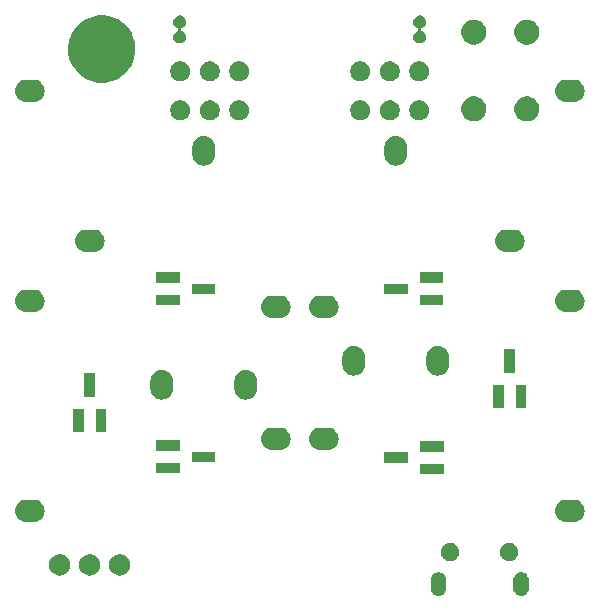
<source format=gts>
G04 #@! TF.GenerationSoftware,KiCad,Pcbnew,5.1.5+dfsg1-2build2*
G04 #@! TF.CreationDate,2020-06-21T16:19:52-07:00*
G04 #@! TF.ProjectId,sram-cell,7372616d-2d63-4656-9c6c-2e6b69636164,rev?*
G04 #@! TF.SameCoordinates,Original*
G04 #@! TF.FileFunction,Soldermask,Top*
G04 #@! TF.FilePolarity,Negative*
%FSLAX46Y46*%
G04 Gerber Fmt 4.6, Leading zero omitted, Abs format (unit mm)*
G04 Created by KiCad (PCBNEW 5.1.5+dfsg1-2build2) date 2020-06-21 16:19:52*
%MOMM*%
%LPD*%
G04 APERTURE LIST*
%ADD10C,0.100000*%
G04 APERTURE END LIST*
D10*
G36*
X164267618Y-124578920D02*
G01*
X164358404Y-124606460D01*
X164390336Y-124616146D01*
X164503425Y-124676594D01*
X164602554Y-124757946D01*
X164683906Y-124857075D01*
X164744354Y-124970164D01*
X164754040Y-125002096D01*
X164781580Y-125092882D01*
X164791000Y-125188527D01*
X164791000Y-125952473D01*
X164781580Y-126048118D01*
X164754040Y-126138904D01*
X164744354Y-126170836D01*
X164683906Y-126283925D01*
X164602554Y-126383053D01*
X164503424Y-126464406D01*
X164390335Y-126524854D01*
X164358403Y-126534540D01*
X164267617Y-126562080D01*
X164140000Y-126574649D01*
X164012382Y-126562080D01*
X163921596Y-126534540D01*
X163889664Y-126524854D01*
X163776575Y-126464406D01*
X163677447Y-126383054D01*
X163596094Y-126283924D01*
X163535646Y-126170835D01*
X163525960Y-126138903D01*
X163498420Y-126048117D01*
X163489000Y-125952472D01*
X163489000Y-125188527D01*
X163498420Y-125092882D01*
X163535645Y-124970168D01*
X163560608Y-124923466D01*
X163596095Y-124857075D01*
X163677447Y-124757946D01*
X163776576Y-124676594D01*
X163889665Y-124616146D01*
X163921597Y-124606460D01*
X164012383Y-124578920D01*
X164140000Y-124566351D01*
X164267618Y-124578920D01*
G37*
G36*
X171267617Y-124578920D02*
G01*
X171358403Y-124606460D01*
X171390335Y-124616146D01*
X171503424Y-124676594D01*
X171602554Y-124757947D01*
X171683906Y-124857075D01*
X171744354Y-124970164D01*
X171754040Y-125002096D01*
X171781580Y-125092882D01*
X171791000Y-125188527D01*
X171791000Y-125952473D01*
X171781580Y-126048118D01*
X171754040Y-126138904D01*
X171744354Y-126170836D01*
X171683906Y-126283925D01*
X171602554Y-126383054D01*
X171503425Y-126464406D01*
X171390336Y-126524854D01*
X171358404Y-126534540D01*
X171267618Y-126562080D01*
X171140000Y-126574649D01*
X171012383Y-126562080D01*
X170921597Y-126534540D01*
X170889665Y-126524854D01*
X170776576Y-126464406D01*
X170677447Y-126383054D01*
X170596095Y-126283925D01*
X170535648Y-126170837D01*
X170535645Y-126170832D01*
X170498420Y-126048118D01*
X170489000Y-125952473D01*
X170489000Y-125188528D01*
X170498420Y-125092883D01*
X170535645Y-124970169D01*
X170535646Y-124970165D01*
X170596094Y-124857076D01*
X170677447Y-124757946D01*
X170776575Y-124676594D01*
X170889664Y-124616146D01*
X170921596Y-124606460D01*
X171012382Y-124578920D01*
X171140000Y-124566351D01*
X171267617Y-124578920D01*
G37*
G36*
X137273512Y-123055927D02*
G01*
X137422812Y-123085624D01*
X137586784Y-123153544D01*
X137734354Y-123252147D01*
X137859853Y-123377646D01*
X137958456Y-123525216D01*
X138026376Y-123689188D01*
X138061000Y-123863259D01*
X138061000Y-124040741D01*
X138026376Y-124214812D01*
X137958456Y-124378784D01*
X137859853Y-124526354D01*
X137734354Y-124651853D01*
X137586784Y-124750456D01*
X137422812Y-124818376D01*
X137273512Y-124848073D01*
X137248742Y-124853000D01*
X137071258Y-124853000D01*
X137046488Y-124848073D01*
X136897188Y-124818376D01*
X136733216Y-124750456D01*
X136585646Y-124651853D01*
X136460147Y-124526354D01*
X136361544Y-124378784D01*
X136293624Y-124214812D01*
X136259000Y-124040741D01*
X136259000Y-123863259D01*
X136293624Y-123689188D01*
X136361544Y-123525216D01*
X136460147Y-123377646D01*
X136585646Y-123252147D01*
X136733216Y-123153544D01*
X136897188Y-123085624D01*
X137046488Y-123055927D01*
X137071258Y-123051000D01*
X137248742Y-123051000D01*
X137273512Y-123055927D01*
G37*
G36*
X134733512Y-123055927D02*
G01*
X134882812Y-123085624D01*
X135046784Y-123153544D01*
X135194354Y-123252147D01*
X135319853Y-123377646D01*
X135418456Y-123525216D01*
X135486376Y-123689188D01*
X135521000Y-123863259D01*
X135521000Y-124040741D01*
X135486376Y-124214812D01*
X135418456Y-124378784D01*
X135319853Y-124526354D01*
X135194354Y-124651853D01*
X135046784Y-124750456D01*
X134882812Y-124818376D01*
X134733512Y-124848073D01*
X134708742Y-124853000D01*
X134531258Y-124853000D01*
X134506488Y-124848073D01*
X134357188Y-124818376D01*
X134193216Y-124750456D01*
X134045646Y-124651853D01*
X133920147Y-124526354D01*
X133821544Y-124378784D01*
X133753624Y-124214812D01*
X133719000Y-124040741D01*
X133719000Y-123863259D01*
X133753624Y-123689188D01*
X133821544Y-123525216D01*
X133920147Y-123377646D01*
X134045646Y-123252147D01*
X134193216Y-123153544D01*
X134357188Y-123085624D01*
X134506488Y-123055927D01*
X134531258Y-123051000D01*
X134708742Y-123051000D01*
X134733512Y-123055927D01*
G37*
G36*
X132193512Y-123055927D02*
G01*
X132342812Y-123085624D01*
X132506784Y-123153544D01*
X132654354Y-123252147D01*
X132779853Y-123377646D01*
X132878456Y-123525216D01*
X132946376Y-123689188D01*
X132981000Y-123863259D01*
X132981000Y-124040741D01*
X132946376Y-124214812D01*
X132878456Y-124378784D01*
X132779853Y-124526354D01*
X132654354Y-124651853D01*
X132506784Y-124750456D01*
X132342812Y-124818376D01*
X132193512Y-124848073D01*
X132168742Y-124853000D01*
X131991258Y-124853000D01*
X131966488Y-124848073D01*
X131817188Y-124818376D01*
X131653216Y-124750456D01*
X131505646Y-124651853D01*
X131380147Y-124526354D01*
X131281544Y-124378784D01*
X131213624Y-124214812D01*
X131179000Y-124040741D01*
X131179000Y-123863259D01*
X131213624Y-123689188D01*
X131281544Y-123525216D01*
X131380147Y-123377646D01*
X131505646Y-123252147D01*
X131653216Y-123153544D01*
X131817188Y-123085624D01*
X131966488Y-123055927D01*
X131991258Y-123051000D01*
X132168742Y-123051000D01*
X132193512Y-123055927D01*
G37*
G36*
X170366348Y-122124320D02*
G01*
X170366350Y-122124321D01*
X170366351Y-122124321D01*
X170507574Y-122182817D01*
X170507577Y-122182819D01*
X170634669Y-122267739D01*
X170742761Y-122375831D01*
X170827681Y-122502923D01*
X170827683Y-122502926D01*
X170886179Y-122644149D01*
X170886180Y-122644152D01*
X170916000Y-122794069D01*
X170916000Y-122946931D01*
X170888413Y-123085624D01*
X170886179Y-123096851D01*
X170827683Y-123238074D01*
X170827681Y-123238077D01*
X170742761Y-123365169D01*
X170634669Y-123473261D01*
X170507577Y-123558181D01*
X170507574Y-123558183D01*
X170366351Y-123616679D01*
X170366350Y-123616679D01*
X170366348Y-123616680D01*
X170216431Y-123646500D01*
X170063569Y-123646500D01*
X169913652Y-123616680D01*
X169913650Y-123616679D01*
X169913649Y-123616679D01*
X169772426Y-123558183D01*
X169772423Y-123558181D01*
X169645331Y-123473261D01*
X169537239Y-123365169D01*
X169452319Y-123238077D01*
X169452317Y-123238074D01*
X169393821Y-123096851D01*
X169391588Y-123085624D01*
X169364000Y-122946931D01*
X169364000Y-122794069D01*
X169393820Y-122644152D01*
X169393821Y-122644149D01*
X169452317Y-122502926D01*
X169452319Y-122502923D01*
X169537239Y-122375831D01*
X169645331Y-122267739D01*
X169772423Y-122182819D01*
X169772426Y-122182817D01*
X169913649Y-122124321D01*
X169913650Y-122124321D01*
X169913652Y-122124320D01*
X170063569Y-122094500D01*
X170216431Y-122094500D01*
X170366348Y-122124320D01*
G37*
G36*
X165366348Y-122124320D02*
G01*
X165366350Y-122124321D01*
X165366351Y-122124321D01*
X165507574Y-122182817D01*
X165507577Y-122182819D01*
X165634669Y-122267739D01*
X165742761Y-122375831D01*
X165827681Y-122502923D01*
X165827683Y-122502926D01*
X165886179Y-122644149D01*
X165886180Y-122644152D01*
X165916000Y-122794069D01*
X165916000Y-122946931D01*
X165888413Y-123085624D01*
X165886179Y-123096851D01*
X165827683Y-123238074D01*
X165827681Y-123238077D01*
X165742761Y-123365169D01*
X165634669Y-123473261D01*
X165507577Y-123558181D01*
X165507574Y-123558183D01*
X165366351Y-123616679D01*
X165366350Y-123616679D01*
X165366348Y-123616680D01*
X165216431Y-123646500D01*
X165063569Y-123646500D01*
X164913652Y-123616680D01*
X164913650Y-123616679D01*
X164913649Y-123616679D01*
X164772426Y-123558183D01*
X164772423Y-123558181D01*
X164645331Y-123473261D01*
X164537239Y-123365169D01*
X164452319Y-123238077D01*
X164452317Y-123238074D01*
X164393821Y-123096851D01*
X164391588Y-123085624D01*
X164364000Y-122946931D01*
X164364000Y-122794069D01*
X164393820Y-122644152D01*
X164393821Y-122644149D01*
X164452317Y-122502926D01*
X164452319Y-122502923D01*
X164537239Y-122375831D01*
X164645331Y-122267739D01*
X164772423Y-122182819D01*
X164772426Y-122182817D01*
X164913649Y-122124321D01*
X164913650Y-122124321D01*
X164913652Y-122124320D01*
X165063569Y-122094500D01*
X165216431Y-122094500D01*
X165366348Y-122124320D01*
G37*
G36*
X175746425Y-118442760D02*
G01*
X175746428Y-118442761D01*
X175746429Y-118442761D01*
X175925693Y-118497140D01*
X175925696Y-118497142D01*
X175925697Y-118497142D01*
X176090903Y-118585446D01*
X176235712Y-118704288D01*
X176354554Y-118849097D01*
X176442858Y-119014303D01*
X176442860Y-119014307D01*
X176497239Y-119193571D01*
X176497240Y-119193575D01*
X176515601Y-119380000D01*
X176497240Y-119566425D01*
X176497239Y-119566428D01*
X176497239Y-119566429D01*
X176442860Y-119745693D01*
X176442858Y-119745696D01*
X176442858Y-119745697D01*
X176354554Y-119910903D01*
X176235712Y-120055712D01*
X176090903Y-120174554D01*
X175925697Y-120262858D01*
X175925693Y-120262860D01*
X175746429Y-120317239D01*
X175746428Y-120317239D01*
X175746425Y-120317240D01*
X175606718Y-120331000D01*
X174913282Y-120331000D01*
X174773575Y-120317240D01*
X174773572Y-120317239D01*
X174773571Y-120317239D01*
X174594307Y-120262860D01*
X174594303Y-120262858D01*
X174429097Y-120174554D01*
X174284288Y-120055712D01*
X174165446Y-119910903D01*
X174077142Y-119745697D01*
X174077142Y-119745696D01*
X174077140Y-119745693D01*
X174022761Y-119566429D01*
X174022761Y-119566428D01*
X174022760Y-119566425D01*
X174004399Y-119380000D01*
X174022760Y-119193575D01*
X174022761Y-119193571D01*
X174077140Y-119014307D01*
X174077142Y-119014303D01*
X174165446Y-118849097D01*
X174284288Y-118704288D01*
X174429097Y-118585446D01*
X174594303Y-118497142D01*
X174594304Y-118497142D01*
X174594307Y-118497140D01*
X174773571Y-118442761D01*
X174773572Y-118442761D01*
X174773575Y-118442760D01*
X174913282Y-118429000D01*
X175606718Y-118429000D01*
X175746425Y-118442760D01*
G37*
G36*
X130026425Y-118442760D02*
G01*
X130026428Y-118442761D01*
X130026429Y-118442761D01*
X130205693Y-118497140D01*
X130205696Y-118497142D01*
X130205697Y-118497142D01*
X130370903Y-118585446D01*
X130515712Y-118704288D01*
X130634554Y-118849097D01*
X130722858Y-119014303D01*
X130722860Y-119014307D01*
X130777239Y-119193571D01*
X130777240Y-119193575D01*
X130795601Y-119380000D01*
X130777240Y-119566425D01*
X130777239Y-119566428D01*
X130777239Y-119566429D01*
X130722860Y-119745693D01*
X130722858Y-119745696D01*
X130722858Y-119745697D01*
X130634554Y-119910903D01*
X130515712Y-120055712D01*
X130370903Y-120174554D01*
X130205697Y-120262858D01*
X130205693Y-120262860D01*
X130026429Y-120317239D01*
X130026428Y-120317239D01*
X130026425Y-120317240D01*
X129886718Y-120331000D01*
X129193282Y-120331000D01*
X129053575Y-120317240D01*
X129053572Y-120317239D01*
X129053571Y-120317239D01*
X128874307Y-120262860D01*
X128874303Y-120262858D01*
X128709097Y-120174554D01*
X128564288Y-120055712D01*
X128445446Y-119910903D01*
X128357142Y-119745697D01*
X128357142Y-119745696D01*
X128357140Y-119745693D01*
X128302761Y-119566429D01*
X128302761Y-119566428D01*
X128302760Y-119566425D01*
X128284399Y-119380000D01*
X128302760Y-119193575D01*
X128302761Y-119193571D01*
X128357140Y-119014307D01*
X128357142Y-119014303D01*
X128445446Y-118849097D01*
X128564288Y-118704288D01*
X128709097Y-118585446D01*
X128874303Y-118497142D01*
X128874304Y-118497142D01*
X128874307Y-118497140D01*
X129053571Y-118442761D01*
X129053572Y-118442761D01*
X129053575Y-118442760D01*
X129193282Y-118429000D01*
X129886718Y-118429000D01*
X130026425Y-118442760D01*
G37*
G36*
X164577000Y-116275000D02*
G01*
X162575000Y-116275000D01*
X162575000Y-115373000D01*
X164577000Y-115373000D01*
X164577000Y-116275000D01*
G37*
G36*
X142249000Y-116209000D02*
G01*
X140247000Y-116209000D01*
X140247000Y-115307000D01*
X142249000Y-115307000D01*
X142249000Y-116209000D01*
G37*
G36*
X161577000Y-115325000D02*
G01*
X159575000Y-115325000D01*
X159575000Y-114423000D01*
X161577000Y-114423000D01*
X161577000Y-115325000D01*
G37*
G36*
X145249000Y-115259000D02*
G01*
X143247000Y-115259000D01*
X143247000Y-114357000D01*
X145249000Y-114357000D01*
X145249000Y-115259000D01*
G37*
G36*
X164577000Y-114375000D02*
G01*
X162575000Y-114375000D01*
X162575000Y-113473000D01*
X164577000Y-113473000D01*
X164577000Y-114375000D01*
G37*
G36*
X142249000Y-114309000D02*
G01*
X140247000Y-114309000D01*
X140247000Y-113407000D01*
X142249000Y-113407000D01*
X142249000Y-114309000D01*
G37*
G36*
X154918425Y-112346760D02*
G01*
X154918428Y-112346761D01*
X154918429Y-112346761D01*
X155097693Y-112401140D01*
X155097696Y-112401142D01*
X155097697Y-112401142D01*
X155262903Y-112489446D01*
X155407712Y-112608288D01*
X155526554Y-112753097D01*
X155614858Y-112918303D01*
X155614860Y-112918307D01*
X155669239Y-113097571D01*
X155669240Y-113097575D01*
X155687601Y-113284000D01*
X155669240Y-113470425D01*
X155669239Y-113470428D01*
X155669239Y-113470429D01*
X155614860Y-113649693D01*
X155614858Y-113649696D01*
X155614858Y-113649697D01*
X155526554Y-113814903D01*
X155407712Y-113959712D01*
X155262903Y-114078554D01*
X155097697Y-114166858D01*
X155097693Y-114166860D01*
X154918429Y-114221239D01*
X154918428Y-114221239D01*
X154918425Y-114221240D01*
X154778718Y-114235000D01*
X154085282Y-114235000D01*
X153945575Y-114221240D01*
X153945572Y-114221239D01*
X153945571Y-114221239D01*
X153766307Y-114166860D01*
X153766303Y-114166858D01*
X153601097Y-114078554D01*
X153456288Y-113959712D01*
X153337446Y-113814903D01*
X153249142Y-113649697D01*
X153249142Y-113649696D01*
X153249140Y-113649693D01*
X153194761Y-113470429D01*
X153194761Y-113470428D01*
X153194760Y-113470425D01*
X153176399Y-113284000D01*
X153194760Y-113097575D01*
X153194761Y-113097571D01*
X153249140Y-112918307D01*
X153249142Y-112918303D01*
X153337446Y-112753097D01*
X153456288Y-112608288D01*
X153601097Y-112489446D01*
X153766303Y-112401142D01*
X153766304Y-112401142D01*
X153766307Y-112401140D01*
X153945571Y-112346761D01*
X153945572Y-112346761D01*
X153945575Y-112346760D01*
X154085282Y-112333000D01*
X154778718Y-112333000D01*
X154918425Y-112346760D01*
G37*
G36*
X150854425Y-112346760D02*
G01*
X150854428Y-112346761D01*
X150854429Y-112346761D01*
X151033693Y-112401140D01*
X151033696Y-112401142D01*
X151033697Y-112401142D01*
X151198903Y-112489446D01*
X151343712Y-112608288D01*
X151462554Y-112753097D01*
X151550858Y-112918303D01*
X151550860Y-112918307D01*
X151605239Y-113097571D01*
X151605240Y-113097575D01*
X151623601Y-113284000D01*
X151605240Y-113470425D01*
X151605239Y-113470428D01*
X151605239Y-113470429D01*
X151550860Y-113649693D01*
X151550858Y-113649696D01*
X151550858Y-113649697D01*
X151462554Y-113814903D01*
X151343712Y-113959712D01*
X151198903Y-114078554D01*
X151033697Y-114166858D01*
X151033693Y-114166860D01*
X150854429Y-114221239D01*
X150854428Y-114221239D01*
X150854425Y-114221240D01*
X150714718Y-114235000D01*
X150021282Y-114235000D01*
X149881575Y-114221240D01*
X149881572Y-114221239D01*
X149881571Y-114221239D01*
X149702307Y-114166860D01*
X149702303Y-114166858D01*
X149537097Y-114078554D01*
X149392288Y-113959712D01*
X149273446Y-113814903D01*
X149185142Y-113649697D01*
X149185142Y-113649696D01*
X149185140Y-113649693D01*
X149130761Y-113470429D01*
X149130761Y-113470428D01*
X149130760Y-113470425D01*
X149112399Y-113284000D01*
X149130760Y-113097575D01*
X149130761Y-113097571D01*
X149185140Y-112918307D01*
X149185142Y-112918303D01*
X149273446Y-112753097D01*
X149392288Y-112608288D01*
X149537097Y-112489446D01*
X149702303Y-112401142D01*
X149702304Y-112401142D01*
X149702307Y-112401140D01*
X149881571Y-112346761D01*
X149881572Y-112346761D01*
X149881575Y-112346760D01*
X150021282Y-112333000D01*
X150714718Y-112333000D01*
X150854425Y-112346760D01*
G37*
G36*
X136021000Y-112737000D02*
G01*
X135119000Y-112737000D01*
X135119000Y-110735000D01*
X136021000Y-110735000D01*
X136021000Y-112737000D01*
G37*
G36*
X134121000Y-112737000D02*
G01*
X133219000Y-112737000D01*
X133219000Y-110735000D01*
X134121000Y-110735000D01*
X134121000Y-112737000D01*
G37*
G36*
X169681000Y-110705000D02*
G01*
X168779000Y-110705000D01*
X168779000Y-108703000D01*
X169681000Y-108703000D01*
X169681000Y-110705000D01*
G37*
G36*
X171581000Y-110705000D02*
G01*
X170679000Y-110705000D01*
X170679000Y-108703000D01*
X171581000Y-108703000D01*
X171581000Y-110705000D01*
G37*
G36*
X140902424Y-107474760D02*
G01*
X140902427Y-107474761D01*
X140902428Y-107474761D01*
X141081692Y-107529140D01*
X141081695Y-107529142D01*
X141081696Y-107529142D01*
X141246903Y-107617446D01*
X141391712Y-107736288D01*
X141510554Y-107881097D01*
X141598858Y-108046303D01*
X141598860Y-108046307D01*
X141598860Y-108046308D01*
X141653240Y-108225575D01*
X141667000Y-108365282D01*
X141667000Y-109058717D01*
X141653240Y-109198424D01*
X141653239Y-109198426D01*
X141653239Y-109198429D01*
X141598860Y-109377693D01*
X141598858Y-109377696D01*
X141510554Y-109542903D01*
X141391712Y-109687712D01*
X141246903Y-109806554D01*
X141081697Y-109894858D01*
X141081693Y-109894860D01*
X140902429Y-109949239D01*
X140902428Y-109949239D01*
X140902425Y-109949240D01*
X140716000Y-109967601D01*
X140529576Y-109949240D01*
X140529573Y-109949239D01*
X140529572Y-109949239D01*
X140350308Y-109894860D01*
X140350304Y-109894858D01*
X140185098Y-109806554D01*
X140040289Y-109687712D01*
X139921447Y-109542903D01*
X139833140Y-109377692D01*
X139778760Y-109198430D01*
X139765000Y-109058718D01*
X139765000Y-108365283D01*
X139778760Y-108225576D01*
X139778761Y-108225572D01*
X139833140Y-108046308D01*
X139833143Y-108046303D01*
X139921446Y-107881097D01*
X140040288Y-107736288D01*
X140185097Y-107617446D01*
X140350303Y-107529142D01*
X140350304Y-107529142D01*
X140350307Y-107529140D01*
X140529571Y-107474761D01*
X140529572Y-107474761D01*
X140529575Y-107474760D01*
X140716000Y-107456399D01*
X140902424Y-107474760D01*
G37*
G36*
X148014424Y-107474760D02*
G01*
X148014427Y-107474761D01*
X148014428Y-107474761D01*
X148193692Y-107529140D01*
X148193695Y-107529142D01*
X148193696Y-107529142D01*
X148358903Y-107617446D01*
X148503712Y-107736288D01*
X148622554Y-107881097D01*
X148710858Y-108046303D01*
X148710860Y-108046307D01*
X148710860Y-108046308D01*
X148765240Y-108225575D01*
X148779000Y-108365282D01*
X148779000Y-109058717D01*
X148765240Y-109198424D01*
X148765239Y-109198426D01*
X148765239Y-109198429D01*
X148710860Y-109377693D01*
X148710858Y-109377696D01*
X148622554Y-109542903D01*
X148503712Y-109687712D01*
X148358903Y-109806554D01*
X148193697Y-109894858D01*
X148193693Y-109894860D01*
X148014429Y-109949239D01*
X148014428Y-109949239D01*
X148014425Y-109949240D01*
X147828000Y-109967601D01*
X147641576Y-109949240D01*
X147641573Y-109949239D01*
X147641572Y-109949239D01*
X147462308Y-109894860D01*
X147462304Y-109894858D01*
X147297098Y-109806554D01*
X147152289Y-109687712D01*
X147033447Y-109542903D01*
X146945140Y-109377692D01*
X146890760Y-109198430D01*
X146877000Y-109058718D01*
X146877000Y-108365283D01*
X146890760Y-108225576D01*
X146890761Y-108225572D01*
X146945140Y-108046308D01*
X146945143Y-108046303D01*
X147033446Y-107881097D01*
X147152288Y-107736288D01*
X147297097Y-107617446D01*
X147462303Y-107529142D01*
X147462304Y-107529142D01*
X147462307Y-107529140D01*
X147641571Y-107474761D01*
X147641572Y-107474761D01*
X147641575Y-107474760D01*
X147828000Y-107456399D01*
X148014424Y-107474760D01*
G37*
G36*
X135071000Y-109737000D02*
G01*
X134169000Y-109737000D01*
X134169000Y-107735000D01*
X135071000Y-107735000D01*
X135071000Y-109737000D01*
G37*
G36*
X157158424Y-105442760D02*
G01*
X157158427Y-105442761D01*
X157158428Y-105442761D01*
X157337692Y-105497140D01*
X157337695Y-105497142D01*
X157337696Y-105497142D01*
X157502903Y-105585446D01*
X157647712Y-105704288D01*
X157766554Y-105849097D01*
X157854858Y-106014303D01*
X157854860Y-106014307D01*
X157854860Y-106014308D01*
X157909240Y-106193575D01*
X157923000Y-106333282D01*
X157923000Y-107026717D01*
X157909240Y-107166424D01*
X157909239Y-107166426D01*
X157909239Y-107166429D01*
X157854860Y-107345693D01*
X157854858Y-107345696D01*
X157766554Y-107510903D01*
X157647712Y-107655712D01*
X157502903Y-107774554D01*
X157337697Y-107862858D01*
X157337693Y-107862860D01*
X157158429Y-107917239D01*
X157158428Y-107917239D01*
X157158425Y-107917240D01*
X156972000Y-107935601D01*
X156785576Y-107917240D01*
X156785573Y-107917239D01*
X156785572Y-107917239D01*
X156606308Y-107862860D01*
X156606304Y-107862858D01*
X156441098Y-107774554D01*
X156296289Y-107655712D01*
X156177447Y-107510903D01*
X156089140Y-107345692D01*
X156034760Y-107166430D01*
X156021000Y-107026718D01*
X156021000Y-106333283D01*
X156034760Y-106193576D01*
X156034761Y-106193572D01*
X156089140Y-106014308D01*
X156089143Y-106014303D01*
X156177446Y-105849097D01*
X156296288Y-105704288D01*
X156441097Y-105585446D01*
X156606303Y-105497142D01*
X156606304Y-105497142D01*
X156606307Y-105497140D01*
X156785571Y-105442761D01*
X156785572Y-105442761D01*
X156785575Y-105442760D01*
X156972000Y-105424399D01*
X157158424Y-105442760D01*
G37*
G36*
X164270424Y-105442760D02*
G01*
X164270427Y-105442761D01*
X164270428Y-105442761D01*
X164449692Y-105497140D01*
X164449695Y-105497142D01*
X164449696Y-105497142D01*
X164614903Y-105585446D01*
X164759712Y-105704288D01*
X164878554Y-105849097D01*
X164966858Y-106014303D01*
X164966860Y-106014307D01*
X164966860Y-106014308D01*
X165021240Y-106193575D01*
X165035000Y-106333282D01*
X165035000Y-107026717D01*
X165021240Y-107166424D01*
X165021239Y-107166426D01*
X165021239Y-107166429D01*
X164966860Y-107345693D01*
X164966858Y-107345696D01*
X164878554Y-107510903D01*
X164759712Y-107655712D01*
X164614903Y-107774554D01*
X164449697Y-107862858D01*
X164449693Y-107862860D01*
X164270429Y-107917239D01*
X164270428Y-107917239D01*
X164270425Y-107917240D01*
X164084000Y-107935601D01*
X163897576Y-107917240D01*
X163897573Y-107917239D01*
X163897572Y-107917239D01*
X163718308Y-107862860D01*
X163718304Y-107862858D01*
X163553098Y-107774554D01*
X163408289Y-107655712D01*
X163289447Y-107510903D01*
X163201140Y-107345692D01*
X163146760Y-107166430D01*
X163133000Y-107026718D01*
X163133000Y-106333283D01*
X163146760Y-106193576D01*
X163146761Y-106193572D01*
X163201140Y-106014308D01*
X163201143Y-106014303D01*
X163289446Y-105849097D01*
X163408288Y-105704288D01*
X163553097Y-105585446D01*
X163718303Y-105497142D01*
X163718304Y-105497142D01*
X163718307Y-105497140D01*
X163897571Y-105442761D01*
X163897572Y-105442761D01*
X163897575Y-105442760D01*
X164084000Y-105424399D01*
X164270424Y-105442760D01*
G37*
G36*
X170631000Y-107705000D02*
G01*
X169729000Y-107705000D01*
X169729000Y-105703000D01*
X170631000Y-105703000D01*
X170631000Y-107705000D01*
G37*
G36*
X154918425Y-101170760D02*
G01*
X154918428Y-101170761D01*
X154918429Y-101170761D01*
X155097693Y-101225140D01*
X155097696Y-101225142D01*
X155097697Y-101225142D01*
X155262903Y-101313446D01*
X155407712Y-101432288D01*
X155526554Y-101577097D01*
X155614858Y-101742303D01*
X155614860Y-101742307D01*
X155628244Y-101786429D01*
X155669240Y-101921575D01*
X155687601Y-102108000D01*
X155669240Y-102294425D01*
X155669239Y-102294428D01*
X155669239Y-102294429D01*
X155614860Y-102473693D01*
X155614858Y-102473696D01*
X155614858Y-102473697D01*
X155526554Y-102638903D01*
X155407712Y-102783712D01*
X155262903Y-102902554D01*
X155097697Y-102990858D01*
X155097693Y-102990860D01*
X154918429Y-103045239D01*
X154918428Y-103045239D01*
X154918425Y-103045240D01*
X154778718Y-103059000D01*
X154085282Y-103059000D01*
X153945575Y-103045240D01*
X153945572Y-103045239D01*
X153945571Y-103045239D01*
X153766307Y-102990860D01*
X153766303Y-102990858D01*
X153601097Y-102902554D01*
X153456288Y-102783712D01*
X153337446Y-102638903D01*
X153249142Y-102473697D01*
X153249142Y-102473696D01*
X153249140Y-102473693D01*
X153194761Y-102294429D01*
X153194761Y-102294428D01*
X153194760Y-102294425D01*
X153176399Y-102108000D01*
X153194760Y-101921575D01*
X153235756Y-101786429D01*
X153249140Y-101742307D01*
X153249142Y-101742303D01*
X153337446Y-101577097D01*
X153456288Y-101432288D01*
X153601097Y-101313446D01*
X153766303Y-101225142D01*
X153766304Y-101225142D01*
X153766307Y-101225140D01*
X153945571Y-101170761D01*
X153945572Y-101170761D01*
X153945575Y-101170760D01*
X154085282Y-101157000D01*
X154778718Y-101157000D01*
X154918425Y-101170760D01*
G37*
G36*
X150854425Y-101170760D02*
G01*
X150854428Y-101170761D01*
X150854429Y-101170761D01*
X151033693Y-101225140D01*
X151033696Y-101225142D01*
X151033697Y-101225142D01*
X151198903Y-101313446D01*
X151343712Y-101432288D01*
X151462554Y-101577097D01*
X151550858Y-101742303D01*
X151550860Y-101742307D01*
X151564244Y-101786429D01*
X151605240Y-101921575D01*
X151623601Y-102108000D01*
X151605240Y-102294425D01*
X151605239Y-102294428D01*
X151605239Y-102294429D01*
X151550860Y-102473693D01*
X151550858Y-102473696D01*
X151550858Y-102473697D01*
X151462554Y-102638903D01*
X151343712Y-102783712D01*
X151198903Y-102902554D01*
X151033697Y-102990858D01*
X151033693Y-102990860D01*
X150854429Y-103045239D01*
X150854428Y-103045239D01*
X150854425Y-103045240D01*
X150714718Y-103059000D01*
X150021282Y-103059000D01*
X149881575Y-103045240D01*
X149881572Y-103045239D01*
X149881571Y-103045239D01*
X149702307Y-102990860D01*
X149702303Y-102990858D01*
X149537097Y-102902554D01*
X149392288Y-102783712D01*
X149273446Y-102638903D01*
X149185142Y-102473697D01*
X149185142Y-102473696D01*
X149185140Y-102473693D01*
X149130761Y-102294429D01*
X149130761Y-102294428D01*
X149130760Y-102294425D01*
X149112399Y-102108000D01*
X149130760Y-101921575D01*
X149171756Y-101786429D01*
X149185140Y-101742307D01*
X149185142Y-101742303D01*
X149273446Y-101577097D01*
X149392288Y-101432288D01*
X149537097Y-101313446D01*
X149702303Y-101225142D01*
X149702304Y-101225142D01*
X149702307Y-101225140D01*
X149881571Y-101170761D01*
X149881572Y-101170761D01*
X149881575Y-101170760D01*
X150021282Y-101157000D01*
X150714718Y-101157000D01*
X150854425Y-101170760D01*
G37*
G36*
X175746425Y-100662760D02*
G01*
X175746428Y-100662761D01*
X175746429Y-100662761D01*
X175925693Y-100717140D01*
X175925696Y-100717142D01*
X175925697Y-100717142D01*
X176090903Y-100805446D01*
X176235712Y-100924288D01*
X176354554Y-101069097D01*
X176408894Y-101170761D01*
X176442860Y-101234307D01*
X176497239Y-101413571D01*
X176497240Y-101413575D01*
X176515601Y-101600000D01*
X176497240Y-101786425D01*
X176497239Y-101786428D01*
X176497239Y-101786429D01*
X176442860Y-101965693D01*
X176442858Y-101965696D01*
X176442858Y-101965697D01*
X176354554Y-102130903D01*
X176235712Y-102275712D01*
X176090903Y-102394554D01*
X175942836Y-102473697D01*
X175925693Y-102482860D01*
X175746429Y-102537239D01*
X175746428Y-102537239D01*
X175746425Y-102537240D01*
X175606718Y-102551000D01*
X174913282Y-102551000D01*
X174773575Y-102537240D01*
X174773572Y-102537239D01*
X174773571Y-102537239D01*
X174594307Y-102482860D01*
X174577164Y-102473697D01*
X174429097Y-102394554D01*
X174284288Y-102275712D01*
X174165446Y-102130903D01*
X174077142Y-101965697D01*
X174077142Y-101965696D01*
X174077140Y-101965693D01*
X174022761Y-101786429D01*
X174022761Y-101786428D01*
X174022760Y-101786425D01*
X174004399Y-101600000D01*
X174022760Y-101413575D01*
X174022761Y-101413571D01*
X174077140Y-101234307D01*
X174111106Y-101170761D01*
X174165446Y-101069097D01*
X174284288Y-100924288D01*
X174429097Y-100805446D01*
X174594303Y-100717142D01*
X174594304Y-100717142D01*
X174594307Y-100717140D01*
X174773571Y-100662761D01*
X174773572Y-100662761D01*
X174773575Y-100662760D01*
X174913282Y-100649000D01*
X175606718Y-100649000D01*
X175746425Y-100662760D01*
G37*
G36*
X130026425Y-100662760D02*
G01*
X130026428Y-100662761D01*
X130026429Y-100662761D01*
X130205693Y-100717140D01*
X130205696Y-100717142D01*
X130205697Y-100717142D01*
X130370903Y-100805446D01*
X130515712Y-100924288D01*
X130634554Y-101069097D01*
X130688894Y-101170761D01*
X130722860Y-101234307D01*
X130777239Y-101413571D01*
X130777240Y-101413575D01*
X130795601Y-101600000D01*
X130777240Y-101786425D01*
X130777239Y-101786428D01*
X130777239Y-101786429D01*
X130722860Y-101965693D01*
X130722858Y-101965696D01*
X130722858Y-101965697D01*
X130634554Y-102130903D01*
X130515712Y-102275712D01*
X130370903Y-102394554D01*
X130222836Y-102473697D01*
X130205693Y-102482860D01*
X130026429Y-102537239D01*
X130026428Y-102537239D01*
X130026425Y-102537240D01*
X129886718Y-102551000D01*
X129193282Y-102551000D01*
X129053575Y-102537240D01*
X129053572Y-102537239D01*
X129053571Y-102537239D01*
X128874307Y-102482860D01*
X128857164Y-102473697D01*
X128709097Y-102394554D01*
X128564288Y-102275712D01*
X128445446Y-102130903D01*
X128357142Y-101965697D01*
X128357142Y-101965696D01*
X128357140Y-101965693D01*
X128302761Y-101786429D01*
X128302761Y-101786428D01*
X128302760Y-101786425D01*
X128284399Y-101600000D01*
X128302760Y-101413575D01*
X128302761Y-101413571D01*
X128357140Y-101234307D01*
X128391106Y-101170761D01*
X128445446Y-101069097D01*
X128564288Y-100924288D01*
X128709097Y-100805446D01*
X128874303Y-100717142D01*
X128874304Y-100717142D01*
X128874307Y-100717140D01*
X129053571Y-100662761D01*
X129053572Y-100662761D01*
X129053575Y-100662760D01*
X129193282Y-100649000D01*
X129886718Y-100649000D01*
X130026425Y-100662760D01*
G37*
G36*
X142249000Y-101985000D02*
G01*
X140247000Y-101985000D01*
X140247000Y-101083000D01*
X142249000Y-101083000D01*
X142249000Y-101985000D01*
G37*
G36*
X164553000Y-101985000D02*
G01*
X162551000Y-101985000D01*
X162551000Y-101083000D01*
X164553000Y-101083000D01*
X164553000Y-101985000D01*
G37*
G36*
X161553000Y-101035000D02*
G01*
X159551000Y-101035000D01*
X159551000Y-100133000D01*
X161553000Y-100133000D01*
X161553000Y-101035000D01*
G37*
G36*
X145249000Y-101035000D02*
G01*
X143247000Y-101035000D01*
X143247000Y-100133000D01*
X145249000Y-100133000D01*
X145249000Y-101035000D01*
G37*
G36*
X142249000Y-100085000D02*
G01*
X140247000Y-100085000D01*
X140247000Y-99183000D01*
X142249000Y-99183000D01*
X142249000Y-100085000D01*
G37*
G36*
X164553000Y-100085000D02*
G01*
X162551000Y-100085000D01*
X162551000Y-99183000D01*
X164553000Y-99183000D01*
X164553000Y-100085000D01*
G37*
G36*
X135106425Y-95582760D02*
G01*
X135106428Y-95582761D01*
X135106429Y-95582761D01*
X135285693Y-95637140D01*
X135285696Y-95637142D01*
X135285697Y-95637142D01*
X135450903Y-95725446D01*
X135595712Y-95844288D01*
X135714554Y-95989097D01*
X135802858Y-96154303D01*
X135802860Y-96154307D01*
X135857239Y-96333571D01*
X135857240Y-96333575D01*
X135875601Y-96520000D01*
X135857240Y-96706425D01*
X135857239Y-96706428D01*
X135857239Y-96706429D01*
X135802860Y-96885693D01*
X135802858Y-96885696D01*
X135802858Y-96885697D01*
X135714554Y-97050903D01*
X135595712Y-97195712D01*
X135450903Y-97314554D01*
X135285697Y-97402858D01*
X135285693Y-97402860D01*
X135106429Y-97457239D01*
X135106428Y-97457239D01*
X135106425Y-97457240D01*
X134966718Y-97471000D01*
X134273282Y-97471000D01*
X134133575Y-97457240D01*
X134133572Y-97457239D01*
X134133571Y-97457239D01*
X133954307Y-97402860D01*
X133954303Y-97402858D01*
X133789097Y-97314554D01*
X133644288Y-97195712D01*
X133525446Y-97050903D01*
X133437142Y-96885697D01*
X133437142Y-96885696D01*
X133437140Y-96885693D01*
X133382761Y-96706429D01*
X133382761Y-96706428D01*
X133382760Y-96706425D01*
X133364399Y-96520000D01*
X133382760Y-96333575D01*
X133382761Y-96333571D01*
X133437140Y-96154307D01*
X133437142Y-96154303D01*
X133525446Y-95989097D01*
X133644288Y-95844288D01*
X133789097Y-95725446D01*
X133954303Y-95637142D01*
X133954304Y-95637142D01*
X133954307Y-95637140D01*
X134133571Y-95582761D01*
X134133572Y-95582761D01*
X134133575Y-95582760D01*
X134273282Y-95569000D01*
X134966718Y-95569000D01*
X135106425Y-95582760D01*
G37*
G36*
X170666425Y-95582760D02*
G01*
X170666428Y-95582761D01*
X170666429Y-95582761D01*
X170845693Y-95637140D01*
X170845696Y-95637142D01*
X170845697Y-95637142D01*
X171010903Y-95725446D01*
X171155712Y-95844288D01*
X171274554Y-95989097D01*
X171362858Y-96154303D01*
X171362860Y-96154307D01*
X171417239Y-96333571D01*
X171417240Y-96333575D01*
X171435601Y-96520000D01*
X171417240Y-96706425D01*
X171417239Y-96706428D01*
X171417239Y-96706429D01*
X171362860Y-96885693D01*
X171362858Y-96885696D01*
X171362858Y-96885697D01*
X171274554Y-97050903D01*
X171155712Y-97195712D01*
X171010903Y-97314554D01*
X170845697Y-97402858D01*
X170845693Y-97402860D01*
X170666429Y-97457239D01*
X170666428Y-97457239D01*
X170666425Y-97457240D01*
X170526718Y-97471000D01*
X169833282Y-97471000D01*
X169693575Y-97457240D01*
X169693572Y-97457239D01*
X169693571Y-97457239D01*
X169514307Y-97402860D01*
X169514303Y-97402858D01*
X169349097Y-97314554D01*
X169204288Y-97195712D01*
X169085446Y-97050903D01*
X168997142Y-96885697D01*
X168997142Y-96885696D01*
X168997140Y-96885693D01*
X168942761Y-96706429D01*
X168942761Y-96706428D01*
X168942760Y-96706425D01*
X168924399Y-96520000D01*
X168942760Y-96333575D01*
X168942761Y-96333571D01*
X168997140Y-96154307D01*
X168997142Y-96154303D01*
X169085446Y-95989097D01*
X169204288Y-95844288D01*
X169349097Y-95725446D01*
X169514303Y-95637142D01*
X169514304Y-95637142D01*
X169514307Y-95637140D01*
X169693571Y-95582761D01*
X169693572Y-95582761D01*
X169693575Y-95582760D01*
X169833282Y-95569000D01*
X170526718Y-95569000D01*
X170666425Y-95582760D01*
G37*
G36*
X144458424Y-87662760D02*
G01*
X144458427Y-87662761D01*
X144458428Y-87662761D01*
X144637692Y-87717140D01*
X144637695Y-87717142D01*
X144637696Y-87717142D01*
X144802903Y-87805446D01*
X144947712Y-87924288D01*
X145066554Y-88069097D01*
X145154858Y-88234303D01*
X145154860Y-88234307D01*
X145154860Y-88234308D01*
X145209240Y-88413575D01*
X145223000Y-88553282D01*
X145223000Y-89246717D01*
X145209240Y-89386424D01*
X145209239Y-89386426D01*
X145209239Y-89386429D01*
X145154860Y-89565693D01*
X145154858Y-89565696D01*
X145066554Y-89730903D01*
X144947712Y-89875712D01*
X144802903Y-89994554D01*
X144637697Y-90082858D01*
X144637693Y-90082860D01*
X144458429Y-90137239D01*
X144458428Y-90137239D01*
X144458425Y-90137240D01*
X144272000Y-90155601D01*
X144085576Y-90137240D01*
X144085573Y-90137239D01*
X144085572Y-90137239D01*
X143906308Y-90082860D01*
X143906304Y-90082858D01*
X143741098Y-89994554D01*
X143596289Y-89875712D01*
X143477447Y-89730903D01*
X143389140Y-89565692D01*
X143334760Y-89386430D01*
X143321000Y-89246718D01*
X143321000Y-88553283D01*
X143334760Y-88413576D01*
X143334761Y-88413572D01*
X143389140Y-88234308D01*
X143389143Y-88234303D01*
X143477446Y-88069097D01*
X143596288Y-87924288D01*
X143741097Y-87805446D01*
X143906303Y-87717142D01*
X143906304Y-87717142D01*
X143906307Y-87717140D01*
X144085571Y-87662761D01*
X144085572Y-87662761D01*
X144085575Y-87662760D01*
X144272000Y-87644399D01*
X144458424Y-87662760D01*
G37*
G36*
X160714424Y-87662760D02*
G01*
X160714427Y-87662761D01*
X160714428Y-87662761D01*
X160893692Y-87717140D01*
X160893695Y-87717142D01*
X160893696Y-87717142D01*
X161058903Y-87805446D01*
X161203712Y-87924288D01*
X161322554Y-88069097D01*
X161410858Y-88234303D01*
X161410860Y-88234307D01*
X161410860Y-88234308D01*
X161465240Y-88413575D01*
X161479000Y-88553282D01*
X161479000Y-89246717D01*
X161465240Y-89386424D01*
X161465239Y-89386426D01*
X161465239Y-89386429D01*
X161410860Y-89565693D01*
X161410858Y-89565696D01*
X161322554Y-89730903D01*
X161203712Y-89875712D01*
X161058903Y-89994554D01*
X160893697Y-90082858D01*
X160893693Y-90082860D01*
X160714429Y-90137239D01*
X160714428Y-90137239D01*
X160714425Y-90137240D01*
X160528000Y-90155601D01*
X160341576Y-90137240D01*
X160341573Y-90137239D01*
X160341572Y-90137239D01*
X160162308Y-90082860D01*
X160162304Y-90082858D01*
X159997098Y-89994554D01*
X159852289Y-89875712D01*
X159733447Y-89730903D01*
X159645140Y-89565692D01*
X159590760Y-89386430D01*
X159577000Y-89246718D01*
X159577000Y-88553283D01*
X159590760Y-88413576D01*
X159590761Y-88413572D01*
X159645140Y-88234308D01*
X159645143Y-88234303D01*
X159733446Y-88069097D01*
X159852288Y-87924288D01*
X159997097Y-87805446D01*
X160162303Y-87717142D01*
X160162304Y-87717142D01*
X160162307Y-87717140D01*
X160341571Y-87662761D01*
X160341572Y-87662761D01*
X160341575Y-87662760D01*
X160528000Y-87644399D01*
X160714424Y-87662760D01*
G37*
G36*
X167438564Y-84333389D02*
G01*
X167629833Y-84412615D01*
X167629835Y-84412616D01*
X167801973Y-84527635D01*
X167948365Y-84674027D01*
X168003966Y-84757239D01*
X168063385Y-84846167D01*
X168142611Y-85037436D01*
X168183000Y-85240484D01*
X168183000Y-85447516D01*
X168142611Y-85650564D01*
X168114583Y-85718229D01*
X168063384Y-85841835D01*
X167948365Y-86013973D01*
X167801973Y-86160365D01*
X167629835Y-86275384D01*
X167629834Y-86275385D01*
X167629833Y-86275385D01*
X167438564Y-86354611D01*
X167235516Y-86395000D01*
X167028484Y-86395000D01*
X166825436Y-86354611D01*
X166634167Y-86275385D01*
X166634166Y-86275385D01*
X166634165Y-86275384D01*
X166462027Y-86160365D01*
X166315635Y-86013973D01*
X166200616Y-85841835D01*
X166149417Y-85718229D01*
X166121389Y-85650564D01*
X166081000Y-85447516D01*
X166081000Y-85240484D01*
X166121389Y-85037436D01*
X166200615Y-84846167D01*
X166260035Y-84757239D01*
X166315635Y-84674027D01*
X166462027Y-84527635D01*
X166634165Y-84412616D01*
X166634167Y-84412615D01*
X166825436Y-84333389D01*
X167028484Y-84293000D01*
X167235516Y-84293000D01*
X167438564Y-84333389D01*
G37*
G36*
X171938564Y-84333389D02*
G01*
X172129833Y-84412615D01*
X172129835Y-84412616D01*
X172301973Y-84527635D01*
X172448365Y-84674027D01*
X172503966Y-84757239D01*
X172563385Y-84846167D01*
X172642611Y-85037436D01*
X172683000Y-85240484D01*
X172683000Y-85447516D01*
X172642611Y-85650564D01*
X172614583Y-85718229D01*
X172563384Y-85841835D01*
X172448365Y-86013973D01*
X172301973Y-86160365D01*
X172129835Y-86275384D01*
X172129834Y-86275385D01*
X172129833Y-86275385D01*
X171938564Y-86354611D01*
X171735516Y-86395000D01*
X171528484Y-86395000D01*
X171325436Y-86354611D01*
X171134167Y-86275385D01*
X171134166Y-86275385D01*
X171134165Y-86275384D01*
X170962027Y-86160365D01*
X170815635Y-86013973D01*
X170700616Y-85841835D01*
X170649417Y-85718229D01*
X170621389Y-85650564D01*
X170581000Y-85447516D01*
X170581000Y-85240484D01*
X170621389Y-85037436D01*
X170700615Y-84846167D01*
X170760035Y-84757239D01*
X170815635Y-84674027D01*
X170962027Y-84527635D01*
X171134165Y-84412616D01*
X171134167Y-84412615D01*
X171325436Y-84333389D01*
X171528484Y-84293000D01*
X171735516Y-84293000D01*
X171938564Y-84333389D01*
G37*
G36*
X145028228Y-84651703D02*
G01*
X145183100Y-84715853D01*
X145322481Y-84808985D01*
X145441015Y-84927519D01*
X145534147Y-85066900D01*
X145598297Y-85221772D01*
X145631000Y-85386184D01*
X145631000Y-85553816D01*
X145598297Y-85718228D01*
X145534147Y-85873100D01*
X145441015Y-86012481D01*
X145322481Y-86131015D01*
X145183100Y-86224147D01*
X145028228Y-86288297D01*
X144863816Y-86321000D01*
X144696184Y-86321000D01*
X144531772Y-86288297D01*
X144376900Y-86224147D01*
X144237519Y-86131015D01*
X144118985Y-86012481D01*
X144025853Y-85873100D01*
X143961703Y-85718228D01*
X143929000Y-85553816D01*
X143929000Y-85386184D01*
X143961703Y-85221772D01*
X144025853Y-85066900D01*
X144118985Y-84927519D01*
X144237519Y-84808985D01*
X144376900Y-84715853D01*
X144531772Y-84651703D01*
X144696184Y-84619000D01*
X144863816Y-84619000D01*
X145028228Y-84651703D01*
G37*
G36*
X160268228Y-84651703D02*
G01*
X160423100Y-84715853D01*
X160562481Y-84808985D01*
X160681015Y-84927519D01*
X160774147Y-85066900D01*
X160838297Y-85221772D01*
X160871000Y-85386184D01*
X160871000Y-85553816D01*
X160838297Y-85718228D01*
X160774147Y-85873100D01*
X160681015Y-86012481D01*
X160562481Y-86131015D01*
X160423100Y-86224147D01*
X160268228Y-86288297D01*
X160103816Y-86321000D01*
X159936184Y-86321000D01*
X159771772Y-86288297D01*
X159616900Y-86224147D01*
X159477519Y-86131015D01*
X159358985Y-86012481D01*
X159265853Y-85873100D01*
X159201703Y-85718228D01*
X159169000Y-85553816D01*
X159169000Y-85386184D01*
X159201703Y-85221772D01*
X159265853Y-85066900D01*
X159358985Y-84927519D01*
X159477519Y-84808985D01*
X159616900Y-84715853D01*
X159771772Y-84651703D01*
X159936184Y-84619000D01*
X160103816Y-84619000D01*
X160268228Y-84651703D01*
G37*
G36*
X147528228Y-84651703D02*
G01*
X147683100Y-84715853D01*
X147822481Y-84808985D01*
X147941015Y-84927519D01*
X148034147Y-85066900D01*
X148098297Y-85221772D01*
X148131000Y-85386184D01*
X148131000Y-85553816D01*
X148098297Y-85718228D01*
X148034147Y-85873100D01*
X147941015Y-86012481D01*
X147822481Y-86131015D01*
X147683100Y-86224147D01*
X147528228Y-86288297D01*
X147363816Y-86321000D01*
X147196184Y-86321000D01*
X147031772Y-86288297D01*
X146876900Y-86224147D01*
X146737519Y-86131015D01*
X146618985Y-86012481D01*
X146525853Y-85873100D01*
X146461703Y-85718228D01*
X146429000Y-85553816D01*
X146429000Y-85386184D01*
X146461703Y-85221772D01*
X146525853Y-85066900D01*
X146618985Y-84927519D01*
X146737519Y-84808985D01*
X146876900Y-84715853D01*
X147031772Y-84651703D01*
X147196184Y-84619000D01*
X147363816Y-84619000D01*
X147528228Y-84651703D01*
G37*
G36*
X142528228Y-84651703D02*
G01*
X142683100Y-84715853D01*
X142822481Y-84808985D01*
X142941015Y-84927519D01*
X143034147Y-85066900D01*
X143098297Y-85221772D01*
X143131000Y-85386184D01*
X143131000Y-85553816D01*
X143098297Y-85718228D01*
X143034147Y-85873100D01*
X142941015Y-86012481D01*
X142822481Y-86131015D01*
X142683100Y-86224147D01*
X142528228Y-86288297D01*
X142363816Y-86321000D01*
X142196184Y-86321000D01*
X142031772Y-86288297D01*
X141876900Y-86224147D01*
X141737519Y-86131015D01*
X141618985Y-86012481D01*
X141525853Y-85873100D01*
X141461703Y-85718228D01*
X141429000Y-85553816D01*
X141429000Y-85386184D01*
X141461703Y-85221772D01*
X141525853Y-85066900D01*
X141618985Y-84927519D01*
X141737519Y-84808985D01*
X141876900Y-84715853D01*
X142031772Y-84651703D01*
X142196184Y-84619000D01*
X142363816Y-84619000D01*
X142528228Y-84651703D01*
G37*
G36*
X157768228Y-84651703D02*
G01*
X157923100Y-84715853D01*
X158062481Y-84808985D01*
X158181015Y-84927519D01*
X158274147Y-85066900D01*
X158338297Y-85221772D01*
X158371000Y-85386184D01*
X158371000Y-85553816D01*
X158338297Y-85718228D01*
X158274147Y-85873100D01*
X158181015Y-86012481D01*
X158062481Y-86131015D01*
X157923100Y-86224147D01*
X157768228Y-86288297D01*
X157603816Y-86321000D01*
X157436184Y-86321000D01*
X157271772Y-86288297D01*
X157116900Y-86224147D01*
X156977519Y-86131015D01*
X156858985Y-86012481D01*
X156765853Y-85873100D01*
X156701703Y-85718228D01*
X156669000Y-85553816D01*
X156669000Y-85386184D01*
X156701703Y-85221772D01*
X156765853Y-85066900D01*
X156858985Y-84927519D01*
X156977519Y-84808985D01*
X157116900Y-84715853D01*
X157271772Y-84651703D01*
X157436184Y-84619000D01*
X157603816Y-84619000D01*
X157768228Y-84651703D01*
G37*
G36*
X162768228Y-84651703D02*
G01*
X162923100Y-84715853D01*
X163062481Y-84808985D01*
X163181015Y-84927519D01*
X163274147Y-85066900D01*
X163338297Y-85221772D01*
X163371000Y-85386184D01*
X163371000Y-85553816D01*
X163338297Y-85718228D01*
X163274147Y-85873100D01*
X163181015Y-86012481D01*
X163062481Y-86131015D01*
X162923100Y-86224147D01*
X162768228Y-86288297D01*
X162603816Y-86321000D01*
X162436184Y-86321000D01*
X162271772Y-86288297D01*
X162116900Y-86224147D01*
X161977519Y-86131015D01*
X161858985Y-86012481D01*
X161765853Y-85873100D01*
X161701703Y-85718228D01*
X161669000Y-85553816D01*
X161669000Y-85386184D01*
X161701703Y-85221772D01*
X161765853Y-85066900D01*
X161858985Y-84927519D01*
X161977519Y-84808985D01*
X162116900Y-84715853D01*
X162271772Y-84651703D01*
X162436184Y-84619000D01*
X162603816Y-84619000D01*
X162768228Y-84651703D01*
G37*
G36*
X175746425Y-82882760D02*
G01*
X175746428Y-82882761D01*
X175746429Y-82882761D01*
X175925693Y-82937140D01*
X175925696Y-82937142D01*
X175925697Y-82937142D01*
X176090903Y-83025446D01*
X176235712Y-83144288D01*
X176354554Y-83289097D01*
X176442858Y-83454303D01*
X176442860Y-83454307D01*
X176497239Y-83633571D01*
X176497240Y-83633575D01*
X176515601Y-83820000D01*
X176497240Y-84006425D01*
X176497239Y-84006428D01*
X176497239Y-84006429D01*
X176442860Y-84185693D01*
X176442858Y-84185696D01*
X176442858Y-84185697D01*
X176354554Y-84350903D01*
X176235712Y-84495712D01*
X176090903Y-84614554D01*
X175925697Y-84702858D01*
X175925693Y-84702860D01*
X175746429Y-84757239D01*
X175746428Y-84757239D01*
X175746425Y-84757240D01*
X175606718Y-84771000D01*
X174913282Y-84771000D01*
X174773575Y-84757240D01*
X174773572Y-84757239D01*
X174773571Y-84757239D01*
X174594307Y-84702860D01*
X174594303Y-84702858D01*
X174429097Y-84614554D01*
X174284288Y-84495712D01*
X174165446Y-84350903D01*
X174077142Y-84185697D01*
X174077142Y-84185696D01*
X174077140Y-84185693D01*
X174022761Y-84006429D01*
X174022761Y-84006428D01*
X174022760Y-84006425D01*
X174004399Y-83820000D01*
X174022760Y-83633575D01*
X174022761Y-83633571D01*
X174077140Y-83454307D01*
X174077142Y-83454303D01*
X174165446Y-83289097D01*
X174284288Y-83144288D01*
X174429097Y-83025446D01*
X174594303Y-82937142D01*
X174594304Y-82937142D01*
X174594307Y-82937140D01*
X174773571Y-82882761D01*
X174773572Y-82882761D01*
X174773575Y-82882760D01*
X174913282Y-82869000D01*
X175606718Y-82869000D01*
X175746425Y-82882760D01*
G37*
G36*
X130026425Y-82882760D02*
G01*
X130026428Y-82882761D01*
X130026429Y-82882761D01*
X130205693Y-82937140D01*
X130205696Y-82937142D01*
X130205697Y-82937142D01*
X130370903Y-83025446D01*
X130515712Y-83144288D01*
X130634554Y-83289097D01*
X130722858Y-83454303D01*
X130722860Y-83454307D01*
X130777239Y-83633571D01*
X130777240Y-83633575D01*
X130795601Y-83820000D01*
X130777240Y-84006425D01*
X130777239Y-84006428D01*
X130777239Y-84006429D01*
X130722860Y-84185693D01*
X130722858Y-84185696D01*
X130722858Y-84185697D01*
X130634554Y-84350903D01*
X130515712Y-84495712D01*
X130370903Y-84614554D01*
X130205697Y-84702858D01*
X130205693Y-84702860D01*
X130026429Y-84757239D01*
X130026428Y-84757239D01*
X130026425Y-84757240D01*
X129886718Y-84771000D01*
X129193282Y-84771000D01*
X129053575Y-84757240D01*
X129053572Y-84757239D01*
X129053571Y-84757239D01*
X128874307Y-84702860D01*
X128874303Y-84702858D01*
X128709097Y-84614554D01*
X128564288Y-84495712D01*
X128445446Y-84350903D01*
X128357142Y-84185697D01*
X128357142Y-84185696D01*
X128357140Y-84185693D01*
X128302761Y-84006429D01*
X128302761Y-84006428D01*
X128302760Y-84006425D01*
X128284399Y-83820000D01*
X128302760Y-83633575D01*
X128302761Y-83633571D01*
X128357140Y-83454307D01*
X128357142Y-83454303D01*
X128445446Y-83289097D01*
X128564288Y-83144288D01*
X128709097Y-83025446D01*
X128874303Y-82937142D01*
X128874304Y-82937142D01*
X128874307Y-82937140D01*
X129053571Y-82882761D01*
X129053572Y-82882761D01*
X129053575Y-82882760D01*
X129193282Y-82869000D01*
X129886718Y-82869000D01*
X130026425Y-82882760D01*
G37*
G36*
X136192202Y-77467782D02*
G01*
X136467606Y-77522563D01*
X136986455Y-77737477D01*
X137453406Y-78049484D01*
X137850516Y-78446594D01*
X138162523Y-78913545D01*
X138162524Y-78913547D01*
X138176594Y-78947516D01*
X138323538Y-79302269D01*
X138377437Y-79432395D01*
X138446148Y-79777826D01*
X138486999Y-79983201D01*
X138486999Y-80544799D01*
X138377437Y-81095606D01*
X138162523Y-81614455D01*
X137850516Y-82081406D01*
X137453406Y-82478516D01*
X136986455Y-82790523D01*
X136467606Y-83005437D01*
X136192202Y-83060218D01*
X135916800Y-83114999D01*
X135355200Y-83114999D01*
X135079798Y-83060218D01*
X134804394Y-83005437D01*
X134285545Y-82790523D01*
X133818594Y-82478516D01*
X133421484Y-82081406D01*
X133109477Y-81614455D01*
X132894563Y-81095606D01*
X132785001Y-80544799D01*
X132785001Y-79983201D01*
X132825853Y-79777826D01*
X132894563Y-79432395D01*
X132948463Y-79302269D01*
X133095406Y-78947516D01*
X133109476Y-78913547D01*
X133109477Y-78913545D01*
X133421484Y-78446594D01*
X133818594Y-78049484D01*
X134285545Y-77737477D01*
X134804394Y-77522563D01*
X135079798Y-77467782D01*
X135355200Y-77413001D01*
X135916800Y-77413001D01*
X136192202Y-77467782D01*
G37*
G36*
X160268228Y-81351703D02*
G01*
X160423100Y-81415853D01*
X160562481Y-81508985D01*
X160681015Y-81627519D01*
X160774147Y-81766900D01*
X160838297Y-81921772D01*
X160871000Y-82086184D01*
X160871000Y-82253816D01*
X160838297Y-82418228D01*
X160774147Y-82573100D01*
X160681015Y-82712481D01*
X160562481Y-82831015D01*
X160423100Y-82924147D01*
X160268228Y-82988297D01*
X160103816Y-83021000D01*
X159936184Y-83021000D01*
X159771772Y-82988297D01*
X159616900Y-82924147D01*
X159477519Y-82831015D01*
X159358985Y-82712481D01*
X159265853Y-82573100D01*
X159201703Y-82418228D01*
X159169000Y-82253816D01*
X159169000Y-82086184D01*
X159201703Y-81921772D01*
X159265853Y-81766900D01*
X159358985Y-81627519D01*
X159477519Y-81508985D01*
X159616900Y-81415853D01*
X159771772Y-81351703D01*
X159936184Y-81319000D01*
X160103816Y-81319000D01*
X160268228Y-81351703D01*
G37*
G36*
X157768228Y-81351703D02*
G01*
X157923100Y-81415853D01*
X158062481Y-81508985D01*
X158181015Y-81627519D01*
X158274147Y-81766900D01*
X158338297Y-81921772D01*
X158371000Y-82086184D01*
X158371000Y-82253816D01*
X158338297Y-82418228D01*
X158274147Y-82573100D01*
X158181015Y-82712481D01*
X158062481Y-82831015D01*
X157923100Y-82924147D01*
X157768228Y-82988297D01*
X157603816Y-83021000D01*
X157436184Y-83021000D01*
X157271772Y-82988297D01*
X157116900Y-82924147D01*
X156977519Y-82831015D01*
X156858985Y-82712481D01*
X156765853Y-82573100D01*
X156701703Y-82418228D01*
X156669000Y-82253816D01*
X156669000Y-82086184D01*
X156701703Y-81921772D01*
X156765853Y-81766900D01*
X156858985Y-81627519D01*
X156977519Y-81508985D01*
X157116900Y-81415853D01*
X157271772Y-81351703D01*
X157436184Y-81319000D01*
X157603816Y-81319000D01*
X157768228Y-81351703D01*
G37*
G36*
X147528228Y-81351703D02*
G01*
X147683100Y-81415853D01*
X147822481Y-81508985D01*
X147941015Y-81627519D01*
X148034147Y-81766900D01*
X148098297Y-81921772D01*
X148131000Y-82086184D01*
X148131000Y-82253816D01*
X148098297Y-82418228D01*
X148034147Y-82573100D01*
X147941015Y-82712481D01*
X147822481Y-82831015D01*
X147683100Y-82924147D01*
X147528228Y-82988297D01*
X147363816Y-83021000D01*
X147196184Y-83021000D01*
X147031772Y-82988297D01*
X146876900Y-82924147D01*
X146737519Y-82831015D01*
X146618985Y-82712481D01*
X146525853Y-82573100D01*
X146461703Y-82418228D01*
X146429000Y-82253816D01*
X146429000Y-82086184D01*
X146461703Y-81921772D01*
X146525853Y-81766900D01*
X146618985Y-81627519D01*
X146737519Y-81508985D01*
X146876900Y-81415853D01*
X147031772Y-81351703D01*
X147196184Y-81319000D01*
X147363816Y-81319000D01*
X147528228Y-81351703D01*
G37*
G36*
X145028228Y-81351703D02*
G01*
X145183100Y-81415853D01*
X145322481Y-81508985D01*
X145441015Y-81627519D01*
X145534147Y-81766900D01*
X145598297Y-81921772D01*
X145631000Y-82086184D01*
X145631000Y-82253816D01*
X145598297Y-82418228D01*
X145534147Y-82573100D01*
X145441015Y-82712481D01*
X145322481Y-82831015D01*
X145183100Y-82924147D01*
X145028228Y-82988297D01*
X144863816Y-83021000D01*
X144696184Y-83021000D01*
X144531772Y-82988297D01*
X144376900Y-82924147D01*
X144237519Y-82831015D01*
X144118985Y-82712481D01*
X144025853Y-82573100D01*
X143961703Y-82418228D01*
X143929000Y-82253816D01*
X143929000Y-82086184D01*
X143961703Y-81921772D01*
X144025853Y-81766900D01*
X144118985Y-81627519D01*
X144237519Y-81508985D01*
X144376900Y-81415853D01*
X144531772Y-81351703D01*
X144696184Y-81319000D01*
X144863816Y-81319000D01*
X145028228Y-81351703D01*
G37*
G36*
X142528228Y-81351703D02*
G01*
X142683100Y-81415853D01*
X142822481Y-81508985D01*
X142941015Y-81627519D01*
X143034147Y-81766900D01*
X143098297Y-81921772D01*
X143131000Y-82086184D01*
X143131000Y-82253816D01*
X143098297Y-82418228D01*
X143034147Y-82573100D01*
X142941015Y-82712481D01*
X142822481Y-82831015D01*
X142683100Y-82924147D01*
X142528228Y-82988297D01*
X142363816Y-83021000D01*
X142196184Y-83021000D01*
X142031772Y-82988297D01*
X141876900Y-82924147D01*
X141737519Y-82831015D01*
X141618985Y-82712481D01*
X141525853Y-82573100D01*
X141461703Y-82418228D01*
X141429000Y-82253816D01*
X141429000Y-82086184D01*
X141461703Y-81921772D01*
X141525853Y-81766900D01*
X141618985Y-81627519D01*
X141737519Y-81508985D01*
X141876900Y-81415853D01*
X142031772Y-81351703D01*
X142196184Y-81319000D01*
X142363816Y-81319000D01*
X142528228Y-81351703D01*
G37*
G36*
X162768228Y-81351703D02*
G01*
X162923100Y-81415853D01*
X163062481Y-81508985D01*
X163181015Y-81627519D01*
X163274147Y-81766900D01*
X163338297Y-81921772D01*
X163371000Y-82086184D01*
X163371000Y-82253816D01*
X163338297Y-82418228D01*
X163274147Y-82573100D01*
X163181015Y-82712481D01*
X163062481Y-82831015D01*
X162923100Y-82924147D01*
X162768228Y-82988297D01*
X162603816Y-83021000D01*
X162436184Y-83021000D01*
X162271772Y-82988297D01*
X162116900Y-82924147D01*
X161977519Y-82831015D01*
X161858985Y-82712481D01*
X161765853Y-82573100D01*
X161701703Y-82418228D01*
X161669000Y-82253816D01*
X161669000Y-82086184D01*
X161701703Y-81921772D01*
X161765853Y-81766900D01*
X161858985Y-81627519D01*
X161977519Y-81508985D01*
X162116900Y-81415853D01*
X162271772Y-81351703D01*
X162436184Y-81319000D01*
X162603816Y-81319000D01*
X162768228Y-81351703D01*
G37*
G36*
X167438564Y-77833389D02*
G01*
X167629833Y-77912615D01*
X167629835Y-77912616D01*
X167801973Y-78027635D01*
X167948365Y-78174027D01*
X168063385Y-78346167D01*
X168142611Y-78537436D01*
X168183000Y-78740484D01*
X168183000Y-78947516D01*
X168142611Y-79150564D01*
X168079773Y-79302269D01*
X168063384Y-79341835D01*
X167948365Y-79513973D01*
X167801973Y-79660365D01*
X167629835Y-79775384D01*
X167629834Y-79775385D01*
X167629833Y-79775385D01*
X167438564Y-79854611D01*
X167235516Y-79895000D01*
X167028484Y-79895000D01*
X166825436Y-79854611D01*
X166634167Y-79775385D01*
X166634166Y-79775385D01*
X166634165Y-79775384D01*
X166462027Y-79660365D01*
X166315635Y-79513973D01*
X166200616Y-79341835D01*
X166184227Y-79302269D01*
X166121389Y-79150564D01*
X166081000Y-78947516D01*
X166081000Y-78740484D01*
X166121389Y-78537436D01*
X166200615Y-78346167D01*
X166315635Y-78174027D01*
X166462027Y-78027635D01*
X166634165Y-77912616D01*
X166634167Y-77912615D01*
X166825436Y-77833389D01*
X167028484Y-77793000D01*
X167235516Y-77793000D01*
X167438564Y-77833389D01*
G37*
G36*
X171938564Y-77833389D02*
G01*
X172129833Y-77912615D01*
X172129835Y-77912616D01*
X172301973Y-78027635D01*
X172448365Y-78174027D01*
X172563385Y-78346167D01*
X172642611Y-78537436D01*
X172683000Y-78740484D01*
X172683000Y-78947516D01*
X172642611Y-79150564D01*
X172579773Y-79302269D01*
X172563384Y-79341835D01*
X172448365Y-79513973D01*
X172301973Y-79660365D01*
X172129835Y-79775384D01*
X172129834Y-79775385D01*
X172129833Y-79775385D01*
X171938564Y-79854611D01*
X171735516Y-79895000D01*
X171528484Y-79895000D01*
X171325436Y-79854611D01*
X171134167Y-79775385D01*
X171134166Y-79775385D01*
X171134165Y-79775384D01*
X170962027Y-79660365D01*
X170815635Y-79513973D01*
X170700616Y-79341835D01*
X170684227Y-79302269D01*
X170621389Y-79150564D01*
X170581000Y-78947516D01*
X170581000Y-78740484D01*
X170621389Y-78537436D01*
X170700615Y-78346167D01*
X170815635Y-78174027D01*
X170962027Y-78027635D01*
X171134165Y-77912616D01*
X171134167Y-77912615D01*
X171325436Y-77833389D01*
X171528484Y-77793000D01*
X171735516Y-77793000D01*
X171938564Y-77833389D01*
G37*
G36*
X162720721Y-77448174D02*
G01*
X162820995Y-77489709D01*
X162820996Y-77489710D01*
X162911242Y-77550010D01*
X162987990Y-77626758D01*
X162987991Y-77626760D01*
X163048291Y-77717005D01*
X163089826Y-77817279D01*
X163111000Y-77923730D01*
X163111000Y-78032270D01*
X163089826Y-78138721D01*
X163048291Y-78238995D01*
X163048290Y-78238996D01*
X162987990Y-78329242D01*
X162911242Y-78405990D01*
X162865812Y-78436345D01*
X162820995Y-78466291D01*
X162745611Y-78497516D01*
X162724000Y-78509067D01*
X162705059Y-78524612D01*
X162689513Y-78543554D01*
X162677962Y-78565165D01*
X162670849Y-78588614D01*
X162668447Y-78613000D01*
X162670849Y-78637386D01*
X162677962Y-78660835D01*
X162689513Y-78682446D01*
X162705058Y-78701387D01*
X162724000Y-78716933D01*
X162745611Y-78728484D01*
X162820995Y-78759709D01*
X162820996Y-78759710D01*
X162911242Y-78820010D01*
X162987990Y-78896758D01*
X162999208Y-78913547D01*
X163048291Y-78987005D01*
X163089826Y-79087279D01*
X163111000Y-79193730D01*
X163111000Y-79302270D01*
X163089826Y-79408721D01*
X163048291Y-79508995D01*
X163018345Y-79553812D01*
X162987990Y-79599242D01*
X162911242Y-79675990D01*
X162865812Y-79706345D01*
X162820995Y-79736291D01*
X162720721Y-79777826D01*
X162614270Y-79799000D01*
X162505730Y-79799000D01*
X162399279Y-79777826D01*
X162299005Y-79736291D01*
X162254188Y-79706345D01*
X162208758Y-79675990D01*
X162132010Y-79599242D01*
X162101655Y-79553812D01*
X162071709Y-79508995D01*
X162030174Y-79408721D01*
X162009000Y-79302270D01*
X162009000Y-79193730D01*
X162030174Y-79087279D01*
X162071709Y-78987005D01*
X162120792Y-78913547D01*
X162132010Y-78896758D01*
X162208758Y-78820010D01*
X162299004Y-78759710D01*
X162299005Y-78759709D01*
X162374389Y-78728484D01*
X162396000Y-78716933D01*
X162414941Y-78701388D01*
X162430487Y-78682446D01*
X162442038Y-78660835D01*
X162449151Y-78637386D01*
X162451553Y-78613000D01*
X162449151Y-78588614D01*
X162442038Y-78565165D01*
X162430487Y-78543554D01*
X162414942Y-78524613D01*
X162396000Y-78509067D01*
X162374389Y-78497516D01*
X162299005Y-78466291D01*
X162254188Y-78436345D01*
X162208758Y-78405990D01*
X162132010Y-78329242D01*
X162071710Y-78238996D01*
X162071709Y-78238995D01*
X162030174Y-78138721D01*
X162009000Y-78032270D01*
X162009000Y-77923730D01*
X162030174Y-77817279D01*
X162071709Y-77717005D01*
X162132009Y-77626760D01*
X162132010Y-77626758D01*
X162208758Y-77550010D01*
X162299004Y-77489710D01*
X162299005Y-77489709D01*
X162399279Y-77448174D01*
X162505730Y-77427000D01*
X162614270Y-77427000D01*
X162720721Y-77448174D01*
G37*
G36*
X142400721Y-77448174D02*
G01*
X142500995Y-77489709D01*
X142500996Y-77489710D01*
X142591242Y-77550010D01*
X142667990Y-77626758D01*
X142667991Y-77626760D01*
X142728291Y-77717005D01*
X142769826Y-77817279D01*
X142791000Y-77923730D01*
X142791000Y-78032270D01*
X142769826Y-78138721D01*
X142728291Y-78238995D01*
X142728290Y-78238996D01*
X142667990Y-78329242D01*
X142591242Y-78405990D01*
X142545812Y-78436345D01*
X142500995Y-78466291D01*
X142425611Y-78497516D01*
X142404000Y-78509067D01*
X142385059Y-78524612D01*
X142369513Y-78543554D01*
X142357962Y-78565165D01*
X142350849Y-78588614D01*
X142348447Y-78613000D01*
X142350849Y-78637386D01*
X142357962Y-78660835D01*
X142369513Y-78682446D01*
X142385058Y-78701387D01*
X142404000Y-78716933D01*
X142425611Y-78728484D01*
X142500995Y-78759709D01*
X142500996Y-78759710D01*
X142591242Y-78820010D01*
X142667990Y-78896758D01*
X142679208Y-78913547D01*
X142728291Y-78987005D01*
X142769826Y-79087279D01*
X142791000Y-79193730D01*
X142791000Y-79302270D01*
X142769826Y-79408721D01*
X142728291Y-79508995D01*
X142698345Y-79553812D01*
X142667990Y-79599242D01*
X142591242Y-79675990D01*
X142545812Y-79706345D01*
X142500995Y-79736291D01*
X142400721Y-79777826D01*
X142294270Y-79799000D01*
X142185730Y-79799000D01*
X142079279Y-79777826D01*
X141979005Y-79736291D01*
X141934188Y-79706345D01*
X141888758Y-79675990D01*
X141812010Y-79599242D01*
X141781655Y-79553812D01*
X141751709Y-79508995D01*
X141710174Y-79408721D01*
X141689000Y-79302270D01*
X141689000Y-79193730D01*
X141710174Y-79087279D01*
X141751709Y-78987005D01*
X141800792Y-78913547D01*
X141812010Y-78896758D01*
X141888758Y-78820010D01*
X141979004Y-78759710D01*
X141979005Y-78759709D01*
X142054389Y-78728484D01*
X142076000Y-78716933D01*
X142094941Y-78701388D01*
X142110487Y-78682446D01*
X142122038Y-78660835D01*
X142129151Y-78637386D01*
X142131553Y-78613000D01*
X142129151Y-78588614D01*
X142122038Y-78565165D01*
X142110487Y-78543554D01*
X142094942Y-78524613D01*
X142076000Y-78509067D01*
X142054389Y-78497516D01*
X141979005Y-78466291D01*
X141934188Y-78436345D01*
X141888758Y-78405990D01*
X141812010Y-78329242D01*
X141751710Y-78238996D01*
X141751709Y-78238995D01*
X141710174Y-78138721D01*
X141689000Y-78032270D01*
X141689000Y-77923730D01*
X141710174Y-77817279D01*
X141751709Y-77717005D01*
X141812009Y-77626760D01*
X141812010Y-77626758D01*
X141888758Y-77550010D01*
X141979004Y-77489710D01*
X141979005Y-77489709D01*
X142079279Y-77448174D01*
X142185730Y-77427000D01*
X142294270Y-77427000D01*
X142400721Y-77448174D01*
G37*
M02*

</source>
